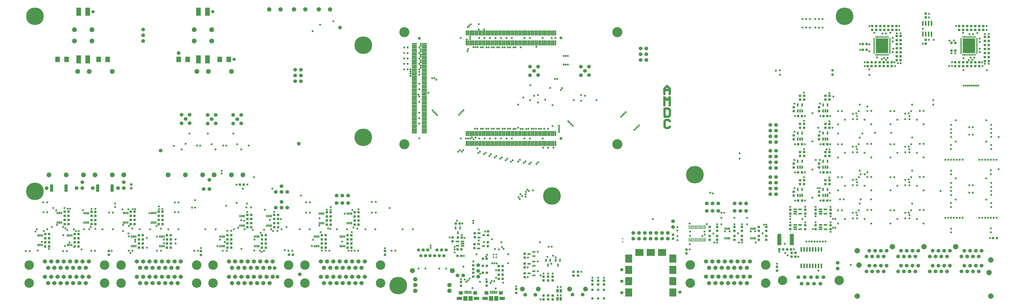
<source format=gts>
G04*
G04 #@! TF.GenerationSoftware,Altium Limited,Altium Designer,18.1.6 (161)*
G04*
G04 Layer_Color=8388736*
%FSLAX25Y25*%
%MOIN*%
G70*
G01*
G75*
%ADD28R,0.03937X0.05906*%
%ADD31R,0.02362X0.01968*%
%ADD36R,0.01200X0.03200*%
%ADD37R,0.03200X0.01200*%
%ADD55C,0.04000*%
%ADD56R,0.04240X0.04240*%
%ADD57R,0.04240X0.04240*%
%ADD58R,0.08000X0.14000*%
%ADD59R,0.08000X0.09500*%
%ADD60R,0.02941X0.05303*%
%ADD61R,0.02153X0.04000*%
%ADD62R,0.21693X0.25787*%
%ADD63R,0.12311X0.14279*%
%ADD64R,0.14279X0.12311*%
%ADD65R,0.08500X0.02500*%
%ADD66R,0.02500X0.08500*%
%ADD67O,0.02862X0.08374*%
%ADD68R,0.02075X0.05815*%
%ADD69R,0.05400X0.13000*%
%ADD70O,0.02862X0.09161*%
%ADD71R,0.06209X0.02665*%
%ADD72R,0.06209X0.02665*%
%ADD73R,0.05618X0.02862*%
%ADD74R,0.06799X0.06012*%
%ADD75R,0.09555X0.05618*%
%ADD76R,0.07587X0.07980*%
%ADD77R,0.02862X0.05618*%
%ADD78R,0.01681X0.06799*%
%ADD79O,0.07390X0.01681*%
%ADD80C,0.30500*%
%ADD81C,0.07200*%
%ADD82C,0.16500*%
%ADD83C,0.08374*%
%ADD84C,0.07500*%
%ADD85C,0.05500*%
%ADD86C,0.08700*%
%ADD87C,0.06500*%
%ADD88C,0.16248*%
%ADD89C,0.05098*%
%ADD90C,0.03500*%
%ADD91C,0.17500*%
%ADD92C,0.04437*%
%ADD93C,0.09358*%
%ADD94C,0.04500*%
%ADD95C,0.03000*%
%ADD96C,0.03098*%
D28*
X930878Y19390D02*
D03*
Y5610D02*
D03*
X936390Y19390D02*
D03*
Y5610D02*
D03*
X930878D02*
D03*
D31*
X1044000Y104744D02*
D03*
Y110256D02*
D03*
D36*
X1656327Y430103D02*
D03*
X1654358D02*
D03*
X1652390D02*
D03*
X1650421D02*
D03*
X1648453D02*
D03*
X1646484D02*
D03*
X1644516D02*
D03*
X1642547D02*
D03*
X1640579D02*
D03*
X1638610D02*
D03*
X1636642D02*
D03*
X1634673D02*
D03*
Y461203D02*
D03*
X1636642D02*
D03*
X1638610D02*
D03*
X1640579D02*
D03*
X1642547D02*
D03*
X1644516D02*
D03*
X1646484D02*
D03*
X1648453D02*
D03*
X1650421D02*
D03*
X1652390D02*
D03*
X1654358D02*
D03*
X1656327D02*
D03*
X1505327Y430103D02*
D03*
X1503358D02*
D03*
X1501390D02*
D03*
X1499421D02*
D03*
X1497453D02*
D03*
X1495484D02*
D03*
X1493516D02*
D03*
X1491547D02*
D03*
X1489579D02*
D03*
X1487610D02*
D03*
X1485642D02*
D03*
X1483673D02*
D03*
Y461203D02*
D03*
X1485642D02*
D03*
X1487610D02*
D03*
X1489579D02*
D03*
X1491547D02*
D03*
X1493516D02*
D03*
X1495484D02*
D03*
X1497453D02*
D03*
X1499421D02*
D03*
X1501390D02*
D03*
X1503358D02*
D03*
X1505327D02*
D03*
D37*
X1631900Y432858D02*
D03*
Y434827D02*
D03*
Y436795D02*
D03*
Y438764D02*
D03*
Y440732D02*
D03*
Y442701D02*
D03*
Y444669D02*
D03*
Y446638D02*
D03*
Y448606D02*
D03*
Y450575D02*
D03*
Y452543D02*
D03*
Y454512D02*
D03*
Y456480D02*
D03*
Y458449D02*
D03*
X1659100D02*
D03*
Y456480D02*
D03*
Y454512D02*
D03*
Y452543D02*
D03*
Y450575D02*
D03*
Y448606D02*
D03*
Y446638D02*
D03*
Y444669D02*
D03*
Y442701D02*
D03*
Y440732D02*
D03*
Y438764D02*
D03*
Y436795D02*
D03*
Y434827D02*
D03*
Y432858D02*
D03*
X1480900D02*
D03*
Y434827D02*
D03*
Y436795D02*
D03*
Y438764D02*
D03*
Y440732D02*
D03*
Y442701D02*
D03*
Y444669D02*
D03*
Y446638D02*
D03*
Y448606D02*
D03*
Y450575D02*
D03*
Y452543D02*
D03*
Y454512D02*
D03*
Y456480D02*
D03*
Y458449D02*
D03*
X1508100D02*
D03*
Y456480D02*
D03*
Y454512D02*
D03*
Y452543D02*
D03*
Y450575D02*
D03*
Y448606D02*
D03*
Y446638D02*
D03*
Y444669D02*
D03*
Y442701D02*
D03*
Y440732D02*
D03*
Y438764D02*
D03*
Y436795D02*
D03*
Y434827D02*
D03*
Y432858D02*
D03*
D55*
X1116564Y361871D02*
Y371202D01*
X1121229Y375867D01*
X1125894Y371202D01*
Y361871D01*
Y368869D01*
X1116564D01*
X1116897Y336533D02*
Y322538D01*
X1123895D01*
X1126227Y324870D01*
Y334201D01*
X1123895Y336533D01*
X1116897D01*
X1126227Y314534D02*
X1123895Y316867D01*
X1119230D01*
X1116897Y314534D01*
Y305204D01*
X1119230Y302871D01*
X1123895D01*
X1126227Y305204D01*
X1116564Y342205D02*
Y356200D01*
X1121229Y351535D01*
X1125894Y356200D01*
Y342205D01*
D56*
X835347Y55000D02*
D03*
X828654D02*
D03*
X835347Y62500D02*
D03*
X828654D02*
D03*
Y47500D02*
D03*
X835347D02*
D03*
X801153Y75000D02*
D03*
X807847D02*
D03*
X835347Y40000D02*
D03*
X828654D02*
D03*
X757654Y112000D02*
D03*
X764347D02*
D03*
X754153Y136500D02*
D03*
X760847D02*
D03*
X385846Y204000D02*
D03*
X379153D02*
D03*
X464500Y82000D02*
D03*
X471193D02*
D03*
X1687500Y111241D02*
D03*
X1694193D02*
D03*
X801280Y50657D02*
D03*
X807973D02*
D03*
X801280Y62657D02*
D03*
X807973D02*
D03*
X757154Y80000D02*
D03*
X763846D02*
D03*
Y91500D02*
D03*
X757154D02*
D03*
X1348654Y323500D02*
D03*
X1355346D02*
D03*
X1348654Y274500D02*
D03*
X1355346D02*
D03*
X1348654Y225500D02*
D03*
X1355346D02*
D03*
X1348654Y176500D02*
D03*
X1355346D02*
D03*
X1392653Y323500D02*
D03*
X1399347D02*
D03*
X1392653Y274500D02*
D03*
X1399347D02*
D03*
X1392653Y225500D02*
D03*
X1399347D02*
D03*
X1392653Y176500D02*
D03*
X1399347D02*
D03*
X536665Y141623D02*
D03*
X529972D02*
D03*
X398748Y137167D02*
D03*
X392055D02*
D03*
X196235Y142667D02*
D03*
X189542D02*
D03*
X81346D02*
D03*
X74654D02*
D03*
X528014Y101667D02*
D03*
X521321D02*
D03*
X364054D02*
D03*
X357361D02*
D03*
X210347D02*
D03*
X203654D02*
D03*
X47846Y103667D02*
D03*
X41153D02*
D03*
X585100Y141623D02*
D03*
X578407D02*
D03*
X445400Y137167D02*
D03*
X438707D02*
D03*
X244847Y142667D02*
D03*
X238154D02*
D03*
X128024Y142456D02*
D03*
X121331D02*
D03*
X572847Y101667D02*
D03*
X566153D02*
D03*
X424061D02*
D03*
X417369D02*
D03*
X259270D02*
D03*
X252577D02*
D03*
X98847Y103667D02*
D03*
X92154D02*
D03*
X536665Y155956D02*
D03*
X529972D02*
D03*
X398748Y151500D02*
D03*
X392055D02*
D03*
X196235Y157000D02*
D03*
X189542D02*
D03*
X81346D02*
D03*
X74654D02*
D03*
X528014Y116000D02*
D03*
X521321D02*
D03*
X364054D02*
D03*
X357361D02*
D03*
X210347D02*
D03*
X203654D02*
D03*
X47846Y118000D02*
D03*
X41153D02*
D03*
X585100Y155956D02*
D03*
X578407D02*
D03*
X445400Y151500D02*
D03*
X438707D02*
D03*
X244847Y157000D02*
D03*
X238154D02*
D03*
X128024Y156789D02*
D03*
X121331D02*
D03*
X572847Y116000D02*
D03*
X566153D02*
D03*
X424061D02*
D03*
X417369D02*
D03*
X259270D02*
D03*
X252577D02*
D03*
X98847Y118000D02*
D03*
X92154D02*
D03*
X536665Y134456D02*
D03*
X529972D02*
D03*
X398748Y130000D02*
D03*
X392055D02*
D03*
X196235Y135500D02*
D03*
X189542D02*
D03*
X81346D02*
D03*
X74654D02*
D03*
X528014Y94500D02*
D03*
X521321D02*
D03*
X364054D02*
D03*
X357361D02*
D03*
X210347D02*
D03*
X203654D02*
D03*
X47846Y96500D02*
D03*
X41153D02*
D03*
X585100Y134456D02*
D03*
X578407D02*
D03*
X445400Y130000D02*
D03*
X438707D02*
D03*
X244847Y135500D02*
D03*
X238154D02*
D03*
X128024Y135289D02*
D03*
X121331D02*
D03*
X572847Y94500D02*
D03*
X566153D02*
D03*
X424061D02*
D03*
X417369D02*
D03*
X259270D02*
D03*
X252577D02*
D03*
X98847Y96500D02*
D03*
X92154D02*
D03*
X536665Y148789D02*
D03*
X529972D02*
D03*
X398748Y144333D02*
D03*
X392055D02*
D03*
X196235Y149833D02*
D03*
X189542D02*
D03*
X81346D02*
D03*
X74654D02*
D03*
X528014Y108833D02*
D03*
X521321D02*
D03*
X364054D02*
D03*
X357361D02*
D03*
X210347D02*
D03*
X203654D02*
D03*
X47846Y110833D02*
D03*
X41153D02*
D03*
X585100Y148789D02*
D03*
X578407D02*
D03*
X445400Y144333D02*
D03*
X438707D02*
D03*
X244847Y149833D02*
D03*
X238154D02*
D03*
X128024Y149623D02*
D03*
X121331D02*
D03*
X572847Y108833D02*
D03*
X566153D02*
D03*
X424061D02*
D03*
X417369D02*
D03*
X259270D02*
D03*
X252577D02*
D03*
X98847Y110833D02*
D03*
X92154D02*
D03*
X1316075Y91524D02*
D03*
X1322768D02*
D03*
X1336347D02*
D03*
X1329653D02*
D03*
X1679847Y440204D02*
D03*
X1673153D02*
D03*
X1679847Y419204D02*
D03*
X1673153D02*
D03*
X1679847Y426203D02*
D03*
X1673153D02*
D03*
X1679847Y447203D02*
D03*
X1673153D02*
D03*
X1615154Y437580D02*
D03*
X1621847D02*
D03*
X1679847Y454204D02*
D03*
X1673153D02*
D03*
X1679847Y461203D02*
D03*
X1673153D02*
D03*
X1679847Y433204D02*
D03*
X1673153D02*
D03*
X1615154Y450654D02*
D03*
X1621847D02*
D03*
X1526847Y441500D02*
D03*
X1520154D02*
D03*
X1526847Y448654D02*
D03*
X1520154D02*
D03*
X1526847Y434500D02*
D03*
X1520154D02*
D03*
X1461154Y438654D02*
D03*
X1467846D02*
D03*
X1526847Y455500D02*
D03*
X1520154D02*
D03*
X1526847Y420653D02*
D03*
X1520154D02*
D03*
X1461154Y448654D02*
D03*
X1467846D02*
D03*
X1526847Y462653D02*
D03*
X1520154D02*
D03*
X1526847Y427579D02*
D03*
X1520154D02*
D03*
D57*
X906500Y4413D02*
D03*
Y11106D02*
D03*
X914500Y4413D02*
D03*
Y11106D02*
D03*
X922500Y4413D02*
D03*
Y11106D02*
D03*
X807626Y28311D02*
D03*
Y35004D02*
D03*
X809875Y97154D02*
D03*
Y103847D02*
D03*
X786500Y93654D02*
D03*
Y100347D02*
D03*
X810000Y116154D02*
D03*
Y122846D02*
D03*
X787000Y112654D02*
D03*
Y119346D02*
D03*
X763000Y27957D02*
D03*
Y34650D02*
D03*
X784500Y50846D02*
D03*
Y44153D02*
D03*
Y57153D02*
D03*
Y63846D02*
D03*
X1352000Y358846D02*
D03*
Y352153D02*
D03*
Y309846D02*
D03*
Y303153D02*
D03*
Y260846D02*
D03*
Y254153D02*
D03*
Y211846D02*
D03*
Y205153D02*
D03*
X1359000Y352153D02*
D03*
Y358846D02*
D03*
Y303153D02*
D03*
Y309846D02*
D03*
Y254153D02*
D03*
Y260846D02*
D03*
Y205153D02*
D03*
Y211846D02*
D03*
X1403000Y358846D02*
D03*
Y352153D02*
D03*
Y309846D02*
D03*
Y303153D02*
D03*
Y260846D02*
D03*
Y254153D02*
D03*
Y211846D02*
D03*
Y205153D02*
D03*
X1396000Y352153D02*
D03*
Y358846D02*
D03*
Y303153D02*
D03*
Y309846D02*
D03*
Y254153D02*
D03*
Y260846D02*
D03*
Y205153D02*
D03*
Y211846D02*
D03*
X190571Y204346D02*
D03*
Y197653D02*
D03*
X1131500Y116772D02*
D03*
Y110079D02*
D03*
X631000Y88928D02*
D03*
Y82235D02*
D03*
X311503Y88346D02*
D03*
Y81653D02*
D03*
X151476Y88859D02*
D03*
Y82166D02*
D03*
X1154737Y84592D02*
D03*
Y91285D02*
D03*
X748370Y112024D02*
D03*
Y105331D02*
D03*
X1312087Y54559D02*
D03*
Y61252D02*
D03*
X991500Y37106D02*
D03*
Y30413D02*
D03*
X1001500Y37106D02*
D03*
Y30413D02*
D03*
X1011500Y37106D02*
D03*
Y30413D02*
D03*
X958500Y52606D02*
D03*
Y45913D02*
D03*
X873634Y49847D02*
D03*
Y43154D02*
D03*
Y66847D02*
D03*
Y60154D02*
D03*
Y83846D02*
D03*
Y77153D02*
D03*
X906500Y37413D02*
D03*
Y44106D02*
D03*
X914500Y37413D02*
D03*
Y44106D02*
D03*
X922500Y37413D02*
D03*
Y44106D02*
D03*
X1570500Y449500D02*
D03*
Y456193D02*
D03*
Y501847D02*
D03*
Y495154D02*
D03*
X1341000Y332154D02*
D03*
Y338846D02*
D03*
Y283154D02*
D03*
Y289846D02*
D03*
Y234154D02*
D03*
Y240846D02*
D03*
Y185153D02*
D03*
Y191847D02*
D03*
X1385000Y338846D02*
D03*
Y332154D02*
D03*
Y289846D02*
D03*
Y283154D02*
D03*
Y240846D02*
D03*
Y234154D02*
D03*
Y191847D02*
D03*
Y185153D02*
D03*
X1405000Y153894D02*
D03*
Y160587D02*
D03*
X1361000Y153894D02*
D03*
Y160587D02*
D03*
X1405000Y126894D02*
D03*
Y133587D02*
D03*
X1361000Y126894D02*
D03*
Y133587D02*
D03*
X1379000Y153894D02*
D03*
Y160587D02*
D03*
X1335000Y153894D02*
D03*
Y160587D02*
D03*
X1379000Y126894D02*
D03*
Y133587D02*
D03*
X1335000Y126894D02*
D03*
Y133587D02*
D03*
X1293500Y123653D02*
D03*
Y130347D02*
D03*
Y114847D02*
D03*
Y108153D02*
D03*
X1280500Y123653D02*
D03*
Y130347D02*
D03*
X1280559Y114847D02*
D03*
Y108153D02*
D03*
X1238000Y123653D02*
D03*
Y130347D02*
D03*
Y114847D02*
D03*
Y108153D02*
D03*
X1251000Y123653D02*
D03*
Y130347D02*
D03*
Y114847D02*
D03*
Y108153D02*
D03*
X1195000Y123653D02*
D03*
Y130347D02*
D03*
X1208000Y114847D02*
D03*
Y108153D02*
D03*
Y123653D02*
D03*
Y130347D02*
D03*
X1195000Y114847D02*
D03*
Y108153D02*
D03*
X1337500Y78820D02*
D03*
Y85512D02*
D03*
X1344000Y78820D02*
D03*
Y85512D02*
D03*
X966500Y45913D02*
D03*
Y52606D02*
D03*
X859000Y15653D02*
D03*
Y22346D02*
D03*
X1656500Y410307D02*
D03*
Y417000D02*
D03*
X1663500Y410307D02*
D03*
Y417000D02*
D03*
X1642500Y410307D02*
D03*
Y417000D02*
D03*
X1649500Y410307D02*
D03*
Y417000D02*
D03*
X1628500Y480000D02*
D03*
Y473307D02*
D03*
Y410307D02*
D03*
Y417000D02*
D03*
X1621500Y410307D02*
D03*
Y417000D02*
D03*
X1635500Y480000D02*
D03*
Y473307D02*
D03*
X1642500Y480000D02*
D03*
Y473307D02*
D03*
X1635500Y410307D02*
D03*
Y417000D02*
D03*
X1663500Y480000D02*
D03*
Y473307D02*
D03*
X1670500Y480000D02*
D03*
Y473307D02*
D03*
X1656500Y480000D02*
D03*
Y473307D02*
D03*
X1649500Y480000D02*
D03*
Y473307D02*
D03*
X1477500Y480000D02*
D03*
Y473307D02*
D03*
X1483500Y410307D02*
D03*
Y417000D02*
D03*
X1504500Y410307D02*
D03*
Y417000D02*
D03*
X1511500Y410307D02*
D03*
Y417000D02*
D03*
X1490500Y410307D02*
D03*
Y417000D02*
D03*
X1497500Y410307D02*
D03*
Y417000D02*
D03*
X1469500Y410307D02*
D03*
Y417000D02*
D03*
X1476500Y410307D02*
D03*
Y417000D02*
D03*
X1498500Y480000D02*
D03*
Y473307D02*
D03*
X1505500Y480000D02*
D03*
Y473307D02*
D03*
X1519500Y480000D02*
D03*
Y473307D02*
D03*
X1512500Y480000D02*
D03*
Y473307D02*
D03*
X1484500Y480000D02*
D03*
Y473307D02*
D03*
X1491500Y480000D02*
D03*
Y473307D02*
D03*
D58*
X322665Y421999D02*
D03*
X307169D02*
D03*
X322665Y504999D02*
D03*
X307169D02*
D03*
X114665Y421999D02*
D03*
X99169D02*
D03*
X114665Y504999D02*
D03*
X99169D02*
D03*
D59*
X288319Y421999D02*
D03*
X272823D02*
D03*
X344169D02*
D03*
X359665D02*
D03*
X78067D02*
D03*
X62571D02*
D03*
X133823D02*
D03*
X149319D02*
D03*
D60*
X1355740Y332343D02*
D03*
X1352000D02*
D03*
X1348260D02*
D03*
Y342657D02*
D03*
X1355740D02*
D03*
X1355740Y283343D02*
D03*
X1352000D02*
D03*
X1348260D02*
D03*
Y293657D02*
D03*
X1355740D02*
D03*
X1355740Y234343D02*
D03*
X1352000D02*
D03*
X1348260D02*
D03*
Y244657D02*
D03*
X1355740D02*
D03*
X1355740Y185343D02*
D03*
X1352000D02*
D03*
X1348260D02*
D03*
Y195658D02*
D03*
X1355740D02*
D03*
X1399740Y332343D02*
D03*
X1396000D02*
D03*
X1392260D02*
D03*
Y342657D02*
D03*
X1399740D02*
D03*
X1399740Y283343D02*
D03*
X1396000D02*
D03*
X1392260D02*
D03*
Y293657D02*
D03*
X1399740D02*
D03*
X1399740Y234343D02*
D03*
X1396000D02*
D03*
X1392260D02*
D03*
Y244657D02*
D03*
X1399740D02*
D03*
X1399740Y185343D02*
D03*
X1396000D02*
D03*
X1392260D02*
D03*
Y195658D02*
D03*
X1399740D02*
D03*
D61*
X524818Y153743D02*
D03*
Y137167D02*
D03*
X522259D02*
D03*
X519700D02*
D03*
X517141D02*
D03*
X522259Y153743D02*
D03*
X519700D02*
D03*
X517141D02*
D03*
X386902Y149287D02*
D03*
Y132711D02*
D03*
X384343D02*
D03*
X381783D02*
D03*
X379224D02*
D03*
X384343Y149287D02*
D03*
X381783D02*
D03*
X379224D02*
D03*
X184388Y154787D02*
D03*
Y138211D02*
D03*
X181829D02*
D03*
X179270D02*
D03*
X176711D02*
D03*
X181829Y154787D02*
D03*
X179270D02*
D03*
X176711D02*
D03*
X69500D02*
D03*
Y138211D02*
D03*
X66941D02*
D03*
X64382D02*
D03*
X61823D02*
D03*
X66941Y154787D02*
D03*
X64382D02*
D03*
X61823D02*
D03*
X516168Y113787D02*
D03*
Y97211D02*
D03*
X513609D02*
D03*
X511050D02*
D03*
X508491D02*
D03*
X513609Y113787D02*
D03*
X511050D02*
D03*
X508491D02*
D03*
X352207D02*
D03*
Y97211D02*
D03*
X349648D02*
D03*
X347089D02*
D03*
X344530D02*
D03*
X349648Y113787D02*
D03*
X347089D02*
D03*
X344530D02*
D03*
X198500D02*
D03*
Y97211D02*
D03*
X195941D02*
D03*
X193382D02*
D03*
X190823D02*
D03*
X195941Y113787D02*
D03*
X193382D02*
D03*
X190823D02*
D03*
X36000Y115787D02*
D03*
Y99211D02*
D03*
X33441D02*
D03*
X30882D02*
D03*
X28323D02*
D03*
X33441Y115787D02*
D03*
X30882D02*
D03*
X28323D02*
D03*
X573253Y153743D02*
D03*
Y137167D02*
D03*
X570694D02*
D03*
X568135D02*
D03*
X565576D02*
D03*
X570694Y153743D02*
D03*
X568135D02*
D03*
X565576D02*
D03*
X433554Y149287D02*
D03*
Y132711D02*
D03*
X430995D02*
D03*
X428435D02*
D03*
X425876D02*
D03*
X430995Y149287D02*
D03*
X428435D02*
D03*
X425876D02*
D03*
X233000Y154787D02*
D03*
Y138211D02*
D03*
X230441D02*
D03*
X227882D02*
D03*
X225323D02*
D03*
X230441Y154787D02*
D03*
X227882D02*
D03*
X225323D02*
D03*
X116177Y154577D02*
D03*
Y138000D02*
D03*
X113618D02*
D03*
X111059D02*
D03*
X108500D02*
D03*
X113618Y154577D02*
D03*
X111059D02*
D03*
X108500D02*
D03*
X561000Y113787D02*
D03*
Y97211D02*
D03*
X558441D02*
D03*
X555882D02*
D03*
X553323D02*
D03*
X558441Y113787D02*
D03*
X555882D02*
D03*
X553323D02*
D03*
X412215D02*
D03*
Y97211D02*
D03*
X409656D02*
D03*
X407097D02*
D03*
X404538D02*
D03*
X409656Y113787D02*
D03*
X407097D02*
D03*
X404538D02*
D03*
X247424D02*
D03*
Y97211D02*
D03*
X244865D02*
D03*
X242305D02*
D03*
X239746D02*
D03*
X244865Y113787D02*
D03*
X242305D02*
D03*
X239746D02*
D03*
X87000Y115787D02*
D03*
Y99211D02*
D03*
X84441D02*
D03*
X81882D02*
D03*
X79323D02*
D03*
X84441Y115787D02*
D03*
X81882D02*
D03*
X79323D02*
D03*
X1274177Y127288D02*
D03*
Y110712D02*
D03*
X1271618D02*
D03*
X1269059D02*
D03*
X1266500D02*
D03*
X1271618Y127288D02*
D03*
X1269059D02*
D03*
X1266500D02*
D03*
X1229598D02*
D03*
Y110712D02*
D03*
X1227039D02*
D03*
X1224480D02*
D03*
X1221921D02*
D03*
X1227039Y127288D02*
D03*
X1224480D02*
D03*
X1221921D02*
D03*
D62*
X1645500Y445653D02*
D03*
X1494500D02*
D03*
D63*
X1131272Y36000D02*
D03*
Y55685D02*
D03*
Y16315D02*
D03*
Y75370D02*
D03*
X1054500D02*
D03*
Y16315D02*
D03*
Y55685D02*
D03*
Y36000D02*
D03*
D64*
X1092886Y86197D02*
D03*
X1073201D02*
D03*
X1112571D02*
D03*
D65*
X699492Y310371D02*
D03*
Y304072D02*
D03*
Y294623D02*
D03*
X682169Y310371D02*
D03*
Y304072D02*
D03*
Y294623D02*
D03*
X699492Y345017D02*
D03*
Y335568D02*
D03*
Y319820D02*
D03*
X682169Y345017D02*
D03*
Y335568D02*
D03*
Y319820D02*
D03*
X699492Y367064D02*
D03*
Y360765D02*
D03*
Y351316D02*
D03*
X682169Y376513D02*
D03*
Y367064D02*
D03*
Y360765D02*
D03*
Y351316D02*
D03*
X699492Y408009D02*
D03*
Y398560D02*
D03*
Y392261D02*
D03*
Y382812D02*
D03*
X682169Y408009D02*
D03*
Y398560D02*
D03*
Y392261D02*
D03*
Y382812D02*
D03*
X699492Y439505D02*
D03*
Y423757D02*
D03*
Y414308D02*
D03*
X682169Y439505D02*
D03*
Y423757D02*
D03*
Y414308D02*
D03*
X699492Y448954D02*
D03*
X682169Y448954D02*
D03*
X699492Y300922D02*
D03*
Y297773D02*
D03*
X682169Y300922D02*
D03*
Y297773D02*
D03*
X699492Y307222D02*
D03*
X682169Y307222D02*
D03*
X699492Y316670D02*
D03*
Y313521D02*
D03*
X682169Y316670D02*
D03*
Y313521D02*
D03*
X699492Y326119D02*
D03*
Y322970D02*
D03*
X682169Y326119D02*
D03*
Y322970D02*
D03*
X699492Y332418D02*
D03*
Y329269D02*
D03*
X682169Y332418D02*
D03*
Y329269D02*
D03*
X699492Y341867D02*
D03*
Y338718D02*
D03*
X682169Y341867D02*
D03*
Y338718D02*
D03*
X699492Y348166D02*
D03*
X682169Y348166D02*
D03*
X699492Y357615D02*
D03*
Y354466D02*
D03*
X682169Y357615D02*
D03*
Y354466D02*
D03*
X699492Y363914D02*
D03*
X682169Y363915D02*
D03*
X699492Y370214D02*
D03*
X682169Y373363D02*
D03*
Y370214D02*
D03*
X699492Y379662D02*
D03*
X682169Y379663D02*
D03*
X699492Y389111D02*
D03*
Y385962D02*
D03*
X682169Y389111D02*
D03*
Y385962D02*
D03*
X699492Y395410D02*
D03*
X682169Y395411D02*
D03*
X699492Y404859D02*
D03*
Y401710D02*
D03*
X682169Y404859D02*
D03*
Y401710D02*
D03*
X699492Y411158D02*
D03*
X682169Y411159D02*
D03*
X699492Y420607D02*
D03*
Y417458D02*
D03*
X682169Y420608D02*
D03*
Y417458D02*
D03*
X699492Y430056D02*
D03*
Y426906D02*
D03*
X682169Y430056D02*
D03*
Y426907D02*
D03*
X699492Y436355D02*
D03*
Y433206D02*
D03*
X682169Y436355D02*
D03*
Y433206D02*
D03*
X699492Y445804D02*
D03*
Y442654D02*
D03*
X682169Y445804D02*
D03*
Y442655D02*
D03*
X699492Y376513D02*
D03*
Y373363D02*
D03*
D66*
X920697Y468000D02*
D03*
X923847D02*
D03*
X920697Y450677D02*
D03*
X923846D02*
D03*
X911248Y468000D02*
D03*
X914398D02*
D03*
X911248Y450677D02*
D03*
X914397D02*
D03*
X904949Y468000D02*
D03*
X908098D02*
D03*
X904949Y450677D02*
D03*
X908098D02*
D03*
X895500Y468000D02*
D03*
X898650D02*
D03*
X895500Y450677D02*
D03*
X898649D02*
D03*
X889201Y468000D02*
D03*
X889200Y450677D02*
D03*
X879752Y468000D02*
D03*
X882902D02*
D03*
X879752Y450677D02*
D03*
X882901D02*
D03*
X873453Y468000D02*
D03*
X873452Y450677D02*
D03*
X864004Y468000D02*
D03*
X867153D02*
D03*
X864004Y450677D02*
D03*
X867153D02*
D03*
X857705Y468000D02*
D03*
X857705Y450677D02*
D03*
X848256Y468000D02*
D03*
X851406D02*
D03*
X848256Y450677D02*
D03*
X851405D02*
D03*
X841957Y468000D02*
D03*
X841957Y450677D02*
D03*
X832508Y468000D02*
D03*
X835658D02*
D03*
X832508Y450677D02*
D03*
X835657D02*
D03*
X826209Y468000D02*
D03*
X826208Y450677D02*
D03*
X816760Y468000D02*
D03*
X819909D02*
D03*
X816760Y450677D02*
D03*
X819909D02*
D03*
X807311Y468000D02*
D03*
X810461D02*
D03*
X807311Y450677D02*
D03*
X810460D02*
D03*
X801012Y468000D02*
D03*
X804161D02*
D03*
X801012Y450677D02*
D03*
X804161D02*
D03*
X791563Y468000D02*
D03*
X794713D02*
D03*
X791563Y450677D02*
D03*
X794713D02*
D03*
X785264Y468000D02*
D03*
X785264Y450677D02*
D03*
X775815Y468000D02*
D03*
X778965D02*
D03*
X775815Y450677D02*
D03*
X778965D02*
D03*
X926996Y468000D02*
D03*
X926996Y450677D02*
D03*
X892350Y468000D02*
D03*
X901799D02*
D03*
X917547D02*
D03*
X892350Y450677D02*
D03*
X901799D02*
D03*
X917547D02*
D03*
X860854Y468000D02*
D03*
X870303D02*
D03*
X876602D02*
D03*
X886051D02*
D03*
X860854Y450677D02*
D03*
X870303D02*
D03*
X876602D02*
D03*
X886051D02*
D03*
X829358Y468000D02*
D03*
X838807D02*
D03*
X845106D02*
D03*
X854555D02*
D03*
X829358Y450677D02*
D03*
X838807D02*
D03*
X845106D02*
D03*
X854555D02*
D03*
X797862Y468000D02*
D03*
X813610D02*
D03*
X823059D02*
D03*
X797862Y450677D02*
D03*
X813610D02*
D03*
X823059D02*
D03*
X772665Y468000D02*
D03*
X782114D02*
D03*
X788413D02*
D03*
X772665Y450677D02*
D03*
X782114D02*
D03*
X788413D02*
D03*
Y275677D02*
D03*
X782114D02*
D03*
X772665D02*
D03*
X788413Y293000D02*
D03*
X782114D02*
D03*
X772665D02*
D03*
X823059Y275677D02*
D03*
X813610D02*
D03*
X797862D02*
D03*
X823059Y293000D02*
D03*
X813610D02*
D03*
X797862D02*
D03*
X854555Y275677D02*
D03*
X845106D02*
D03*
X838807D02*
D03*
X829358D02*
D03*
X854555Y293000D02*
D03*
X845106D02*
D03*
X838807D02*
D03*
X829358D02*
D03*
X886051Y275677D02*
D03*
X876602D02*
D03*
X870303D02*
D03*
X860854D02*
D03*
X886051Y293000D02*
D03*
X876602D02*
D03*
X870303D02*
D03*
X860854D02*
D03*
X917547Y275677D02*
D03*
X901799D02*
D03*
X892350D02*
D03*
X917547Y293000D02*
D03*
X901799D02*
D03*
X892350D02*
D03*
X926996Y275677D02*
D03*
X926996Y293000D02*
D03*
X778965Y275677D02*
D03*
X775815D02*
D03*
X778965Y293000D02*
D03*
X775815D02*
D03*
X785264Y275677D02*
D03*
X785264Y293000D02*
D03*
X794713Y275677D02*
D03*
X791563D02*
D03*
X794713Y293000D02*
D03*
X791563D02*
D03*
X804161Y275677D02*
D03*
X801012D02*
D03*
X804161Y293000D02*
D03*
X801012D02*
D03*
X810460Y275677D02*
D03*
X807311D02*
D03*
X810461Y293000D02*
D03*
X807311D02*
D03*
X819909Y275677D02*
D03*
X816760D02*
D03*
X819909Y293000D02*
D03*
X816760D02*
D03*
X826208Y275677D02*
D03*
X826209Y293000D02*
D03*
X835657Y275677D02*
D03*
X832508D02*
D03*
X835658Y293000D02*
D03*
X832508D02*
D03*
X841957Y275677D02*
D03*
X841957Y293000D02*
D03*
X851405Y275677D02*
D03*
X848256D02*
D03*
X851406Y293000D02*
D03*
X848256D02*
D03*
X857705Y275677D02*
D03*
X857705Y293000D02*
D03*
X867153Y275677D02*
D03*
X864004D02*
D03*
X867153Y293000D02*
D03*
X864004D02*
D03*
X873452Y275677D02*
D03*
X873453Y293000D02*
D03*
X882901Y275677D02*
D03*
X879752D02*
D03*
X882902Y293000D02*
D03*
X879752D02*
D03*
X889200Y275677D02*
D03*
X889201Y293000D02*
D03*
X898649Y275677D02*
D03*
X895500D02*
D03*
X898650Y293000D02*
D03*
X895500D02*
D03*
X908098Y275677D02*
D03*
X904949D02*
D03*
X908098Y293000D02*
D03*
X904949D02*
D03*
X914397Y275677D02*
D03*
X911248D02*
D03*
X914398Y293000D02*
D03*
X911248D02*
D03*
X923846Y275677D02*
D03*
X920697D02*
D03*
X923847Y293000D02*
D03*
X920697D02*
D03*
D67*
X1389000Y91298D02*
D03*
X1384000D02*
D03*
X1379000D02*
D03*
X1374000D02*
D03*
X1369000D02*
D03*
X1364000D02*
D03*
X1359000D02*
D03*
X1354000D02*
D03*
X1389000Y62952D02*
D03*
X1384000D02*
D03*
X1379000D02*
D03*
X1374000D02*
D03*
X1369000D02*
D03*
X1364000D02*
D03*
X1359000D02*
D03*
X1354000D02*
D03*
D68*
X817413Y16740D02*
D03*
X819972D02*
D03*
X825091D02*
D03*
X814854D02*
D03*
X822532D02*
D03*
X780354D02*
D03*
X770118D02*
D03*
X772677D02*
D03*
X777795D02*
D03*
X775236D02*
D03*
D69*
X132020Y197999D02*
D03*
X157122D02*
D03*
X52020Y198000D02*
D03*
X77122D02*
D03*
D70*
X1580525Y484949D02*
D03*
X1575525D02*
D03*
X1570525D02*
D03*
X1565525D02*
D03*
X1580525Y466051D02*
D03*
X1575525D02*
D03*
X1570525D02*
D03*
X1565525D02*
D03*
D71*
X1387768Y160980D02*
D03*
X1343768D02*
D03*
X1387768Y133980D02*
D03*
X1343768D02*
D03*
X765732Y97760D02*
D03*
D72*
X1387768Y157240D02*
D03*
Y153500D02*
D03*
X1396232D02*
D03*
Y160980D02*
D03*
X1343768Y157240D02*
D03*
Y153500D02*
D03*
X1352232D02*
D03*
Y160980D02*
D03*
X1387768Y130240D02*
D03*
Y126500D02*
D03*
X1396232D02*
D03*
Y133980D02*
D03*
X1343768Y130240D02*
D03*
Y126500D02*
D03*
X1352232D02*
D03*
Y133980D02*
D03*
X765732Y101500D02*
D03*
Y105240D02*
D03*
X757268D02*
D03*
Y97760D02*
D03*
D73*
X802134Y97000D02*
D03*
X793866Y93260D02*
D03*
Y100740D02*
D03*
X802634Y116000D02*
D03*
X794366Y112260D02*
D03*
Y119740D02*
D03*
X889634Y46020D02*
D03*
Y53500D02*
D03*
X881366Y49760D02*
D03*
X889634Y62861D02*
D03*
Y70341D02*
D03*
X881366Y66601D02*
D03*
X889768Y79760D02*
D03*
Y87240D02*
D03*
X881500Y83500D02*
D03*
D74*
X807374Y15854D02*
D03*
X832571D02*
D03*
X762638D02*
D03*
X787835D02*
D03*
D75*
X805209Y6209D02*
D03*
X834736D02*
D03*
X760472D02*
D03*
X790000D02*
D03*
D76*
X815445D02*
D03*
X824500D02*
D03*
X770709D02*
D03*
X779764D02*
D03*
D77*
X757654Y120366D02*
D03*
X753913Y128634D02*
D03*
X761394D02*
D03*
X918114Y72500D02*
D03*
X910634D02*
D03*
X914374Y64232D02*
D03*
X935114Y72500D02*
D03*
X927634D02*
D03*
X931374Y64232D02*
D03*
D78*
X1159425Y107976D02*
D03*
X1161984D02*
D03*
X1164543D02*
D03*
X1167102D02*
D03*
X1169661D02*
D03*
X1172221D02*
D03*
X1174780D02*
D03*
X1177339D02*
D03*
X1179898D02*
D03*
X1182457D02*
D03*
X1185016D02*
D03*
X1187575D02*
D03*
X1159425Y130024D02*
D03*
X1161984D02*
D03*
X1164543D02*
D03*
X1167102D02*
D03*
X1169661D02*
D03*
X1172221D02*
D03*
X1174780D02*
D03*
X1177339D02*
D03*
X1179898D02*
D03*
X1182457D02*
D03*
X1185016D02*
D03*
X1187575D02*
D03*
D79*
X1316075Y117382D02*
D03*
Y115413D02*
D03*
Y113445D02*
D03*
Y111476D02*
D03*
Y109508D02*
D03*
Y107539D02*
D03*
Y105571D02*
D03*
Y103602D02*
D03*
Y101634D02*
D03*
Y99665D02*
D03*
X1337925Y117382D02*
D03*
Y115413D02*
D03*
Y113445D02*
D03*
Y111476D02*
D03*
Y109508D02*
D03*
Y107539D02*
D03*
Y105571D02*
D03*
Y103602D02*
D03*
Y101634D02*
D03*
Y99665D02*
D03*
D80*
X921000Y184400D02*
D03*
X654000Y28311D02*
D03*
X23000Y497000D02*
D03*
X1429500D02*
D03*
X23000Y192500D02*
D03*
X593500Y446638D02*
D03*
Y286500D02*
D03*
X1169500Y221500D02*
D03*
D81*
X519700Y43900D02*
D03*
X530600D02*
D03*
X552400D02*
D03*
X541500D02*
D03*
X585100D02*
D03*
X596000D02*
D03*
X574200D02*
D03*
X563300D02*
D03*
X525150Y32700D02*
D03*
X536050D02*
D03*
X557850D02*
D03*
X546950D02*
D03*
X590550D02*
D03*
X579650D02*
D03*
X568750D02*
D03*
X546950Y59300D02*
D03*
X536050D02*
D03*
X525150D02*
D03*
X568750D02*
D03*
X557850D02*
D03*
X579650D02*
D03*
X590550D02*
D03*
X563300Y70500D02*
D03*
X574200D02*
D03*
X596000D02*
D03*
X585100D02*
D03*
X541500D02*
D03*
X552400D02*
D03*
X530600D02*
D03*
X519700D02*
D03*
X359967Y43900D02*
D03*
X370867D02*
D03*
X392667D02*
D03*
X381767D02*
D03*
X425367D02*
D03*
X436267D02*
D03*
X414467D02*
D03*
X403567D02*
D03*
X365417Y32700D02*
D03*
X376317D02*
D03*
X398117D02*
D03*
X387217D02*
D03*
X430817D02*
D03*
X419917D02*
D03*
X409017D02*
D03*
X387217Y59300D02*
D03*
X376317D02*
D03*
X365417D02*
D03*
X409017D02*
D03*
X398117D02*
D03*
X419917D02*
D03*
X430817D02*
D03*
X403567Y70500D02*
D03*
X414467D02*
D03*
X436267D02*
D03*
X425367D02*
D03*
X381767D02*
D03*
X392667D02*
D03*
X370867D02*
D03*
X359967D02*
D03*
X200233Y43900D02*
D03*
X211133D02*
D03*
X232933D02*
D03*
X222033D02*
D03*
X265633D02*
D03*
X276533D02*
D03*
X254733D02*
D03*
X243833D02*
D03*
X205683Y32700D02*
D03*
X216583D02*
D03*
X238383D02*
D03*
X227483D02*
D03*
X271083D02*
D03*
X260183D02*
D03*
X249283D02*
D03*
X227483Y59300D02*
D03*
X216583D02*
D03*
X205683D02*
D03*
X249283D02*
D03*
X238383D02*
D03*
X260183D02*
D03*
X271083D02*
D03*
X243833Y70500D02*
D03*
X254733D02*
D03*
X276533D02*
D03*
X265633D02*
D03*
X222033D02*
D03*
X232933D02*
D03*
X211133D02*
D03*
X200233D02*
D03*
X40500Y43900D02*
D03*
X51400D02*
D03*
X73200D02*
D03*
X62300D02*
D03*
X105900D02*
D03*
X116800D02*
D03*
X95000D02*
D03*
X84100D02*
D03*
X45950Y32700D02*
D03*
X56850D02*
D03*
X78650D02*
D03*
X67750D02*
D03*
X111350D02*
D03*
X100450D02*
D03*
X89550D02*
D03*
X67750Y59300D02*
D03*
X56850D02*
D03*
X45950D02*
D03*
X89550D02*
D03*
X78650D02*
D03*
X100450D02*
D03*
X111350D02*
D03*
X84100Y70500D02*
D03*
X95000D02*
D03*
X116800D02*
D03*
X105900D02*
D03*
X62300D02*
D03*
X73200D02*
D03*
X51400D02*
D03*
X40500D02*
D03*
X1188800Y44000D02*
D03*
X1199700D02*
D03*
X1221500D02*
D03*
X1210600D02*
D03*
X1254200D02*
D03*
X1265100D02*
D03*
X1243300D02*
D03*
X1232400D02*
D03*
X1194250Y32800D02*
D03*
X1205150D02*
D03*
X1226950D02*
D03*
X1216050D02*
D03*
X1259650D02*
D03*
X1248750D02*
D03*
X1237850D02*
D03*
X1216050Y59400D02*
D03*
X1205150D02*
D03*
X1194250D02*
D03*
X1237850D02*
D03*
X1226950D02*
D03*
X1248750D02*
D03*
X1259650D02*
D03*
X1232400Y70600D02*
D03*
X1243300D02*
D03*
X1265100D02*
D03*
X1254200D02*
D03*
X1210600D02*
D03*
X1221500D02*
D03*
X1199700D02*
D03*
X1188800D02*
D03*
D82*
X492250Y32700D02*
D03*
Y64200D02*
D03*
X623450D02*
D03*
Y32700D02*
D03*
X332517D02*
D03*
Y64200D02*
D03*
X463717D02*
D03*
Y32700D02*
D03*
X172783D02*
D03*
Y64200D02*
D03*
X303983D02*
D03*
Y32700D02*
D03*
X13050D02*
D03*
Y64200D02*
D03*
X144250D02*
D03*
Y32700D02*
D03*
X1161350Y32800D02*
D03*
Y64300D02*
D03*
X1292550D02*
D03*
Y32800D02*
D03*
D83*
X299760Y473842D02*
D03*
X330075D02*
D03*
X299760Y454157D02*
D03*
X330075D02*
D03*
X91760Y473842D02*
D03*
X122075D02*
D03*
X91760Y454157D02*
D03*
X122075D02*
D03*
X304500Y400999D02*
D03*
X324500D02*
D03*
X364500D02*
D03*
Y220999D02*
D03*
X384500D02*
D03*
X334500D02*
D03*
X314500D02*
D03*
X284500D02*
D03*
X254500D02*
D03*
X97571Y400999D02*
D03*
X117571D02*
D03*
X157571D02*
D03*
Y220999D02*
D03*
X177571D02*
D03*
X127571D02*
D03*
X107571D02*
D03*
X77571D02*
D03*
X47571D02*
D03*
X897433Y22303D02*
D03*
X869835D02*
D03*
X979441Y22563D02*
D03*
X951842D02*
D03*
D84*
X683900Y39303D02*
D03*
Y29303D02*
D03*
Y19303D02*
D03*
X743100Y29303D02*
D03*
Y19303D02*
D03*
X516000Y509000D02*
D03*
X535685D02*
D03*
X430158D02*
D03*
X449843D02*
D03*
X492842D02*
D03*
X473158D02*
D03*
D85*
X733500Y80303D02*
D03*
X725508D02*
D03*
X717508D02*
D03*
X693508D02*
D03*
X701508D02*
D03*
X709500D02*
D03*
X729500Y90303D02*
D03*
X721500D02*
D03*
X737500D02*
D03*
X705500D02*
D03*
X697500D02*
D03*
X689500D02*
D03*
X1042500Y56000D02*
D03*
X1143500Y17000D02*
D03*
X1042500Y36000D02*
D03*
Y16000D02*
D03*
X369000Y422000D02*
D03*
X331999Y504999D02*
D03*
X124000Y505000D02*
D03*
D86*
X748100Y54303D02*
D03*
X678900D02*
D03*
D87*
X1365547Y31909D02*
D03*
X1354642D02*
D03*
X1376453D02*
D03*
X1387358D02*
D03*
X1392811Y43091D02*
D03*
X1381905D02*
D03*
X1371000D02*
D03*
X1349189D02*
D03*
X1360095D02*
D03*
X1085000Y441000D02*
D03*
Y431000D02*
D03*
Y421000D02*
D03*
X1075000D02*
D03*
Y431000D02*
D03*
Y441000D02*
D03*
X461500Y191499D02*
D03*
X451500D02*
D03*
X441500D02*
D03*
X451500Y201499D02*
D03*
X1310500Y187500D02*
D03*
Y197500D02*
D03*
Y207500D02*
D03*
Y217500D02*
D03*
X1300500D02*
D03*
Y207500D02*
D03*
Y197500D02*
D03*
Y187500D02*
D03*
X1492516Y63059D02*
D03*
X1482516D02*
D03*
X1472516D02*
D03*
X1502516D02*
D03*
X1467516Y53059D02*
D03*
X1477516D02*
D03*
X1487516D02*
D03*
X1497516D02*
D03*
Y79043D02*
D03*
X1487516D02*
D03*
X1477516D02*
D03*
X1467516D02*
D03*
X1502516Y89043D02*
D03*
X1472516D02*
D03*
X1482516D02*
D03*
X1492516D02*
D03*
X1547516Y63059D02*
D03*
X1537516D02*
D03*
X1527516D02*
D03*
X1557516D02*
D03*
X1522516Y53059D02*
D03*
X1532516D02*
D03*
X1542516D02*
D03*
X1552516D02*
D03*
Y79043D02*
D03*
X1542516D02*
D03*
X1532516D02*
D03*
X1522516D02*
D03*
X1557516Y89043D02*
D03*
X1527516D02*
D03*
X1537516D02*
D03*
X1547516D02*
D03*
X1602516Y63059D02*
D03*
X1592516D02*
D03*
X1582516D02*
D03*
X1612516D02*
D03*
X1577516Y53059D02*
D03*
X1587516D02*
D03*
X1597516D02*
D03*
X1607516D02*
D03*
Y79043D02*
D03*
X1597516D02*
D03*
X1587516D02*
D03*
X1577516D02*
D03*
X1612516Y89043D02*
D03*
X1582516D02*
D03*
X1592516D02*
D03*
X1602516D02*
D03*
X1657516D02*
D03*
X1647516D02*
D03*
X1637516D02*
D03*
X1667516D02*
D03*
X1632516Y79043D02*
D03*
X1642516D02*
D03*
X1652516D02*
D03*
X1662516D02*
D03*
Y53059D02*
D03*
X1652516D02*
D03*
X1642516D02*
D03*
X1632516D02*
D03*
X1667516Y63059D02*
D03*
X1637516D02*
D03*
X1647516D02*
D03*
X1657516D02*
D03*
X567000Y172000D02*
D03*
X557000D02*
D03*
X547000D02*
D03*
X566983Y185000D02*
D03*
X556983D02*
D03*
X546983D02*
D03*
X1310500Y308000D02*
D03*
Y298000D02*
D03*
Y288000D02*
D03*
Y278000D02*
D03*
X1300500D02*
D03*
Y288000D02*
D03*
Y298000D02*
D03*
Y308000D02*
D03*
X1310500Y263000D02*
D03*
Y253000D02*
D03*
Y243000D02*
D03*
Y233000D02*
D03*
X1300500D02*
D03*
Y243000D02*
D03*
Y253000D02*
D03*
Y263000D02*
D03*
X485000Y404000D02*
D03*
Y394000D02*
D03*
Y384000D02*
D03*
X475000D02*
D03*
Y394000D02*
D03*
Y404000D02*
D03*
X326000Y196599D02*
D03*
X316000D02*
D03*
X177571Y198000D02*
D03*
X167571D02*
D03*
X95571D02*
D03*
X105571D02*
D03*
X211000Y474000D02*
D03*
Y464000D02*
D03*
Y454000D02*
D03*
X451500Y174000D02*
D03*
X441500Y164000D02*
D03*
X451500D02*
D03*
X461500D02*
D03*
X793000Y64000D02*
D03*
Y54000D02*
D03*
Y44000D02*
D03*
X767000Y46000D02*
D03*
X757000D02*
D03*
X1131500Y130289D02*
D03*
Y140289D02*
D03*
X1092500Y120000D02*
D03*
X1102500D02*
D03*
X1082500D02*
D03*
X1072500D02*
D03*
X1112500D02*
D03*
X1122500D02*
D03*
X1062500D02*
D03*
Y110000D02*
D03*
X1072500D02*
D03*
X1082500D02*
D03*
X1092500D02*
D03*
X1102500D02*
D03*
X1112500D02*
D03*
X1122500D02*
D03*
X1210000Y171500D02*
D03*
X1200000D02*
D03*
X1190000D02*
D03*
X1238500Y158500D02*
D03*
X1248500D02*
D03*
X1258500D02*
D03*
X1210000D02*
D03*
X1200000D02*
D03*
X1190000D02*
D03*
X1238500Y171500D02*
D03*
X1248500D02*
D03*
X1258500D02*
D03*
X1417500Y58000D02*
D03*
Y68000D02*
D03*
X892492Y12500D02*
D03*
X874776D02*
D03*
X974500Y12760D02*
D03*
X956783D02*
D03*
X481500Y275500D02*
D03*
X985388Y394894D02*
D03*
Y409394D02*
D03*
X978388Y402153D02*
D03*
X971388Y409394D02*
D03*
Y394394D02*
D03*
X897002Y394894D02*
D03*
Y409394D02*
D03*
X890002Y402153D02*
D03*
X883002Y409394D02*
D03*
Y394394D02*
D03*
X381600Y325305D02*
D03*
X374600Y318065D02*
D03*
X381600Y310805D02*
D03*
X367600Y310305D02*
D03*
Y325305D02*
D03*
X337100Y325305D02*
D03*
Y310805D02*
D03*
X330100Y318065D02*
D03*
X323100Y325305D02*
D03*
Y310305D02*
D03*
X326000Y212500D02*
D03*
X291741Y311240D02*
D03*
Y325740D02*
D03*
X284741Y318500D02*
D03*
X277741Y325740D02*
D03*
Y310740D02*
D03*
X553000Y477500D02*
D03*
X439500Y59000D02*
D03*
X483014Y48000D02*
D03*
X444500Y43900D02*
D03*
X105571Y208429D02*
D03*
X177571Y208500D02*
D03*
X241500Y263535D02*
D03*
X272823Y433204D02*
D03*
X123500Y198000D02*
D03*
X43500D02*
D03*
D88*
X1321807Y37500D02*
D03*
X1420193D02*
D03*
D89*
X690831Y458789D02*
D03*
X936831Y459339D02*
D03*
Y284339D02*
D03*
D90*
X690831Y284789D02*
D03*
X762831Y459339D02*
D03*
Y284339D02*
D03*
X1645000Y420832D02*
D03*
X1651500Y421500D02*
D03*
X156500Y88900D02*
D03*
X311503Y93654D02*
D03*
X630969Y93500D02*
D03*
X752000Y95702D02*
D03*
X743500Y112000D02*
D03*
X768997Y111500D02*
D03*
X1160500Y91298D02*
D03*
X1312087Y66616D02*
D03*
X1367786Y105000D02*
D03*
X1396500D02*
D03*
X1384000Y54303D02*
D03*
X1349000Y78820D02*
D03*
X1330500Y81000D02*
D03*
X1341500Y91677D02*
D03*
X1326500Y85000D02*
D03*
X1316000Y87500D02*
D03*
X1325500Y101000D02*
D03*
X823500Y23500D02*
D03*
X783000Y24000D02*
D03*
X998500Y351000D02*
D03*
X959000D02*
D03*
X909500Y352000D02*
D03*
X883302Y351000D02*
D03*
X264500Y271346D02*
D03*
X394500Y272000D02*
D03*
X355500D02*
D03*
X350000D02*
D03*
X310000D02*
D03*
X304500Y272000D02*
D03*
X367900Y293000D02*
D03*
X291441D02*
D03*
X323400D02*
D03*
X381600Y265500D02*
D03*
X278000D02*
D03*
X336800D02*
D03*
X922000Y342500D02*
D03*
X883302Y377067D02*
D03*
X871500Y355847D02*
D03*
X896702Y360000D02*
D03*
X897002Y347000D02*
D03*
X971688Y360000D02*
D03*
Y350000D02*
D03*
X1676000Y473307D02*
D03*
X1524500D02*
D03*
X1635500Y468500D02*
D03*
X1636000Y424000D02*
D03*
X1481000Y468500D02*
D03*
X1485642Y425342D02*
D03*
X1668000Y417000D02*
D03*
X1616000D02*
D03*
X1516000D02*
D03*
X1464500D02*
D03*
X1676500Y403500D02*
D03*
X1636000D02*
D03*
X1611000Y410307D02*
D03*
X1317000Y403000D02*
D03*
X1289500Y134500D02*
D03*
X1247130Y258630D02*
D03*
X1247000Y249500D02*
D03*
X881000Y193000D02*
D03*
X1200500Y188700D02*
D03*
X875500Y187500D02*
D03*
X863000Y182500D02*
D03*
X541500Y488500D02*
D03*
X162605Y171000D02*
D03*
X355199Y167500D02*
D03*
X398500Y164600D02*
D03*
X764500Y116500D02*
D03*
X390500Y164600D02*
D03*
X238500Y166000D02*
D03*
X55000Y163500D02*
D03*
X272500Y156000D02*
D03*
X158500Y155500D02*
D03*
X44500Y156000D02*
D03*
X926311Y388154D02*
D03*
X1619500Y455000D02*
D03*
X1472500Y448000D02*
D03*
Y436000D02*
D03*
X1621847Y432927D02*
D03*
X1472500Y404859D02*
D03*
X1310000Y402500D02*
D03*
X1472500Y395000D02*
D03*
X1317000Y395500D02*
D03*
X787500Y301500D02*
D03*
X878000Y195091D02*
D03*
X875500Y183000D02*
D03*
X615000Y174000D02*
D03*
X574500Y160000D02*
D03*
X530000Y160587D02*
D03*
X1293500Y134500D02*
D03*
X1251000Y135000D02*
D03*
X1208000D02*
D03*
X1139000Y130500D02*
D03*
X794000Y126000D02*
D03*
X573500Y121500D02*
D03*
X794000Y107000D02*
D03*
X920000Y66500D02*
D03*
X500500Y173500D02*
D03*
X392048Y204479D02*
D03*
X438707Y156707D02*
D03*
X391500Y171000D02*
D03*
X391888Y156500D02*
D03*
X272500Y173000D02*
D03*
X44500Y173500D02*
D03*
X238500Y161500D02*
D03*
X193000D02*
D03*
X162605Y165000D02*
D03*
X121331Y161831D02*
D03*
X80000Y162000D02*
D03*
X519500Y121500D02*
D03*
X415000Y120500D02*
D03*
X357361Y123653D02*
D03*
X504000Y97500D02*
D03*
X340000Y97000D02*
D03*
X247000Y108500D02*
D03*
X94500Y123500D02*
D03*
X38500D02*
D03*
X197339Y108600D02*
D03*
X28000Y89500D02*
D03*
X189000Y85500D02*
D03*
X930311Y388154D02*
D03*
X918000Y372307D02*
D03*
X978388Y358653D02*
D03*
X890002D02*
D03*
X374600Y274565D02*
D03*
X330100Y274565D02*
D03*
X284741Y275000D02*
D03*
X752000Y86197D02*
D03*
X767500Y61500D02*
D03*
X768000Y80000D02*
D03*
X175000Y160980D02*
D03*
X185500Y161000D02*
D03*
X435500Y197000D02*
D03*
X384000D02*
D03*
X301500Y177000D02*
D03*
Y164000D02*
D03*
X364054Y123653D02*
D03*
X381783Y92500D02*
D03*
X457000Y90000D02*
D03*
X267457Y101667D02*
D03*
X267483Y108807D02*
D03*
X217615Y111600D02*
D03*
X185500Y119000D02*
D03*
X217615Y94500D02*
D03*
X1384800Y477500D02*
D03*
Y492500D02*
D03*
X1362738D02*
D03*
Y477500D02*
D03*
X1275000Y103500D02*
D03*
X1186500Y117500D02*
D03*
X1160500Y100425D02*
D03*
X1220163Y155000D02*
D03*
X1160000Y136500D02*
D03*
X1215500Y155000D02*
D03*
X1190266Y135525D02*
D03*
X450000Y144276D02*
D03*
X13979Y88500D02*
D03*
X901500Y4413D02*
D03*
X403500Y217000D02*
D03*
X485000Y185000D02*
D03*
X765500Y136500D02*
D03*
X865000Y179000D02*
D03*
X866500Y187500D02*
D03*
X788500Y286000D02*
D03*
X869500Y184000D02*
D03*
X906500Y49500D02*
D03*
X922500D02*
D03*
X914500D02*
D03*
X927500Y77500D02*
D03*
X913000Y78500D02*
D03*
X888000Y194000D02*
D03*
X1196000Y190000D02*
D03*
X876000Y191500D02*
D03*
X347500Y228000D02*
D03*
Y223500D02*
D03*
X894000Y444000D02*
D03*
X893311Y301500D02*
D03*
X706500Y364000D02*
D03*
X689000Y360815D02*
D03*
X862500Y343500D02*
D03*
Y303000D02*
D03*
X859000Y27014D02*
D03*
X1678500Y146500D02*
D03*
X1619500D02*
D03*
X1405000Y165500D02*
D03*
X1409500Y144500D02*
D03*
Y129000D02*
D03*
X1678500Y247500D02*
D03*
X1619500D02*
D03*
X1361000Y165500D02*
D03*
X1413500Y144500D02*
D03*
Y129000D02*
D03*
X1555163Y317000D02*
D03*
Y259500D02*
D03*
X1464163Y317000D02*
D03*
Y259500D02*
D03*
X1405000Y138500D02*
D03*
X1555163Y202000D02*
D03*
Y144500D02*
D03*
X1464163Y202000D02*
D03*
Y144500D02*
D03*
X1361000Y138500D02*
D03*
X1697000Y287000D02*
D03*
Y231000D02*
D03*
X1684000Y193000D02*
D03*
X1683500Y128000D02*
D03*
X1614500Y127500D02*
D03*
X1410000Y357390D02*
D03*
X1342500Y345000D02*
D03*
X1363000Y105000D02*
D03*
X1614500Y193000D02*
D03*
X1583500Y351000D02*
D03*
Y343500D02*
D03*
X1596000Y193000D02*
D03*
X1684000Y165000D02*
D03*
X1614000D02*
D03*
X1386500Y345000D02*
D03*
X1560163Y217500D02*
D03*
X1469163D02*
D03*
Y225500D02*
D03*
X1475500Y178500D02*
D03*
X1560163Y160000D02*
D03*
X1469163D02*
D03*
X1382500Y198000D02*
D03*
X1403500Y189500D02*
D03*
X1342500Y198000D02*
D03*
X1457500Y178500D02*
D03*
X1428000D02*
D03*
X1421500D02*
D03*
X1391714Y105000D02*
D03*
X1515663Y217000D02*
D03*
Y159500D02*
D03*
X1464500Y222000D02*
D03*
X1457500D02*
D03*
X1424663Y217000D02*
D03*
X1386500Y198000D02*
D03*
X1424663Y159500D02*
D03*
X1515663Y332000D02*
D03*
Y274500D02*
D03*
X1424663Y332000D02*
D03*
Y274500D02*
D03*
X1386500Y247000D02*
D03*
X1386928Y105000D02*
D03*
X1560163Y332500D02*
D03*
X1469200Y340100D02*
D03*
X1469163Y332500D02*
D03*
X1560163Y275000D02*
D03*
X1469163D02*
D03*
X1398000Y265500D02*
D03*
X1379500Y247000D02*
D03*
X1342500D02*
D03*
X1382143Y105000D02*
D03*
X1684000Y294000D02*
D03*
X1408500Y303000D02*
D03*
X1683500Y229000D02*
D03*
X1614500Y228500D02*
D03*
X1383500Y303000D02*
D03*
X1342500Y296000D02*
D03*
X1372571Y105000D02*
D03*
X1614500Y294000D02*
D03*
X1510500Y294500D02*
D03*
X1482516D02*
D03*
X1460500Y293000D02*
D03*
X1418000D02*
D03*
X1684000Y266000D02*
D03*
X1614000D02*
D03*
X1440000Y64500D02*
D03*
X1386500Y296000D02*
D03*
X1377357Y105000D02*
D03*
X1356000Y144500D02*
D03*
X1335000D02*
D03*
X1374600Y126894D02*
D03*
X1378500Y492500D02*
D03*
X1391000D02*
D03*
X1378500Y477500D02*
D03*
X1391000D02*
D03*
X1369000D02*
D03*
X1356500D02*
D03*
X1369000Y492500D02*
D03*
X1356500D02*
D03*
X1404500Y323500D02*
D03*
X1387500D02*
D03*
X1373500Y328300D02*
D03*
X1360500Y323500D02*
D03*
X1343500D02*
D03*
X1403000Y363500D02*
D03*
X1359000Y364000D02*
D03*
X1404500Y274500D02*
D03*
X1387500D02*
D03*
X1373500Y279300D02*
D03*
X1360500Y274500D02*
D03*
X1343500D02*
D03*
X1403000Y314500D02*
D03*
X1359000Y315000D02*
D03*
X1404500Y225500D02*
D03*
X1387500D02*
D03*
X1373500Y230300D02*
D03*
X1360500Y225500D02*
D03*
X1343500D02*
D03*
X1403000Y265500D02*
D03*
X1359000Y266000D02*
D03*
X1373500Y181300D02*
D03*
X920714Y96051D02*
D03*
X922000Y306000D02*
D03*
X785264Y283154D02*
D03*
X782000Y286500D02*
D03*
X923846Y268500D02*
D03*
X460000Y130024D02*
D03*
X176000Y123500D02*
D03*
X117571Y126500D02*
D03*
X72000Y130289D02*
D03*
X52500D02*
D03*
X518400Y482433D02*
D03*
X505400Y471000D02*
D03*
X1046591Y327591D02*
D03*
X1069591Y304591D02*
D03*
X1260000Y135000D02*
D03*
Y146500D02*
D03*
X764954Y330954D02*
D03*
X716409Y330591D02*
D03*
X951909Y311962D02*
D03*
X933500Y302900D02*
D03*
X1072137Y307137D02*
D03*
X1049137Y330137D02*
D03*
X767500Y333500D02*
D03*
X713863Y333137D02*
D03*
X949363Y314508D02*
D03*
X933500Y306500D02*
D03*
X690831Y357390D02*
D03*
X1238000Y146500D02*
D03*
Y135000D02*
D03*
X1215500Y146500D02*
D03*
Y135000D02*
D03*
X718954Y328046D02*
D03*
X721500Y325500D02*
D03*
X759863Y325863D02*
D03*
X762409Y328409D02*
D03*
X933500Y295700D02*
D03*
Y299300D02*
D03*
X954454Y309417D02*
D03*
X957000Y306871D02*
D03*
X1041500Y322500D02*
D03*
X1044046Y325046D02*
D03*
X1067046Y302046D02*
D03*
X1064500Y299500D02*
D03*
X948730Y428000D02*
D03*
X941530D02*
D03*
X945130D02*
D03*
X948730Y413000D02*
D03*
X941530D02*
D03*
X945130D02*
D03*
X867153Y443237D02*
D03*
X857930D02*
D03*
X854330D02*
D03*
X848481D02*
D03*
X844881D02*
D03*
X839032D02*
D03*
X811000D02*
D03*
X816535D02*
D03*
X820135D02*
D03*
X825983D02*
D03*
X829583D02*
D03*
X835432D02*
D03*
X914397Y301500D02*
D03*
Y268500D02*
D03*
X906000D02*
D03*
X894334Y240575D02*
D03*
X897000Y243000D02*
D03*
X881894Y240015D02*
D03*
X884500Y242500D02*
D03*
X872000Y242000D02*
D03*
X875000Y244500D02*
D03*
X862500D02*
D03*
X865500Y247500D02*
D03*
X850262Y244147D02*
D03*
X853000Y246500D02*
D03*
X840822Y246587D02*
D03*
X843500Y249000D02*
D03*
X831382Y249026D02*
D03*
X834000Y251500D02*
D03*
X821894Y251515D02*
D03*
X824500Y254000D02*
D03*
X812500D02*
D03*
X815000Y257000D02*
D03*
X803234Y257175D02*
D03*
X806000Y259500D02*
D03*
X793294Y259115D02*
D03*
X796000Y261500D02*
D03*
X907873Y301500D02*
D03*
X902024Y301275D02*
D03*
X898424D02*
D03*
X889426Y301500D02*
D03*
X885826D02*
D03*
X876377Y301275D02*
D03*
X879977D02*
D03*
X866928D02*
D03*
X870528D02*
D03*
X857930D02*
D03*
X854330D02*
D03*
X848481Y301500D02*
D03*
X844881D02*
D03*
X839032D02*
D03*
X835432D02*
D03*
X829583D02*
D03*
X825984D02*
D03*
X820135D02*
D03*
X816535D02*
D03*
X791563Y267000D02*
D03*
X810686Y301500D02*
D03*
X807086D02*
D03*
X797637D02*
D03*
X801237D02*
D03*
X791563D02*
D03*
X758000Y261500D02*
D03*
X761000Y264000D02*
D03*
X764000Y261500D02*
D03*
X767000Y264000D02*
D03*
X915500Y96051D02*
D03*
X778965Y284339D02*
D03*
X775365D02*
D03*
X771765D02*
D03*
X923000Y80500D02*
D03*
X900000Y103667D02*
D03*
X901500Y46020D02*
D03*
X803612Y474100D02*
D03*
X794163Y483500D02*
D03*
Y474100D02*
D03*
X807311Y443237D02*
D03*
X780091Y483091D02*
D03*
X777546Y480546D02*
D03*
X775000Y478000D02*
D03*
X801237Y443237D02*
D03*
X797637D02*
D03*
X792013Y443500D02*
D03*
X784813D02*
D03*
X788413D02*
D03*
X664500Y414309D02*
D03*
X675500Y404859D02*
D03*
X690831Y400500D02*
D03*
X670500Y404859D02*
D03*
X664500Y404859D02*
D03*
X670500Y414308D02*
D03*
Y423757D02*
D03*
X664500D02*
D03*
X670500Y433000D02*
D03*
X664500Y433206D02*
D03*
X670500Y442654D02*
D03*
X664500D02*
D03*
X693000Y411384D02*
D03*
Y407784D02*
D03*
Y420832D02*
D03*
Y417232D02*
D03*
Y430281D02*
D03*
Y426681D02*
D03*
Y439730D02*
D03*
Y436130D02*
D03*
X690831Y310371D02*
D03*
X690831Y348166D02*
D03*
X690831Y395411D02*
D03*
X693000Y449179D02*
D03*
Y445579D02*
D03*
X536665Y165000D02*
D03*
X422500Y160558D02*
D03*
X373500Y172500D02*
D03*
X106500Y159653D02*
D03*
X79323Y125500D02*
D03*
X60000Y159500D02*
D03*
X74500Y163500D02*
D03*
X773215Y456777D02*
D03*
X779000Y461500D02*
D03*
X774300Y436400D02*
D03*
X775500Y440000D02*
D03*
X778965Y457500D02*
D03*
X710536Y94036D02*
D03*
X710500Y98000D02*
D03*
X720500Y386900D02*
D03*
X717000Y389500D02*
D03*
X713000D02*
D03*
X784500Y141500D02*
D03*
X756000D02*
D03*
X784500Y137500D02*
D03*
Y70341D02*
D03*
X675500Y401000D02*
D03*
X772500Y35000D02*
D03*
X675500Y397321D02*
D03*
X775046Y37546D02*
D03*
X675500Y393500D02*
D03*
X778000Y40500D02*
D03*
X24132Y122341D02*
D03*
X556819Y105000D02*
D03*
X536665Y160558D02*
D03*
X517415Y145634D02*
D03*
X431000Y142667D02*
D03*
X404538Y108500D02*
D03*
X381500Y142000D02*
D03*
X344530Y108600D02*
D03*
X1266500Y122653D02*
D03*
X1274177D02*
D03*
X1221921D02*
D03*
X1229677D02*
D03*
X1011500Y42000D02*
D03*
X1001500D02*
D03*
X991500D02*
D03*
X1096500Y144500D02*
D03*
X1646500Y466051D02*
D03*
X1646000Y190000D02*
D03*
X1664000Y452543D02*
D03*
X1646000Y203000D02*
D03*
X1648453Y425000D02*
D03*
X1652000Y190000D02*
D03*
X1654358Y425000D02*
D03*
X1652000Y203000D02*
D03*
Y291000D02*
D03*
X1664000Y458500D02*
D03*
X1652000Y304000D02*
D03*
X1664000Y440732D02*
D03*
Y434827D02*
D03*
X1646000Y291000D02*
D03*
X1652390Y466051D02*
D03*
X1646000Y304000D02*
D03*
X1661300Y376500D02*
D03*
X1657700D02*
D03*
X1654100D02*
D03*
X1650500D02*
D03*
X1636100D02*
D03*
X1639700D02*
D03*
X1643300D02*
D03*
X1646900D02*
D03*
X1584500Y456217D02*
D03*
X1575653Y456193D02*
D03*
X1565500Y449500D02*
D03*
X1611500Y454904D02*
D03*
X1615154Y432927D02*
D03*
X1660000Y468000D02*
D03*
X1623000Y480000D02*
D03*
X1676000D02*
D03*
X1616000Y410307D02*
D03*
X1669000D02*
D03*
X1679847Y414308D02*
D03*
X1673153D02*
D03*
X1679847Y466000D02*
D03*
X1673153Y466051D02*
D03*
X1565525Y475500D02*
D03*
X1576000Y501500D02*
D03*
Y495154D02*
D03*
X1443663Y327500D02*
D03*
Y270000D02*
D03*
X1501390Y467000D02*
D03*
X1495500D02*
D03*
X1456500Y448654D02*
D03*
Y438654D02*
D03*
X1526847Y415500D02*
D03*
Y467433D02*
D03*
X1472516Y480000D02*
D03*
X1524500D02*
D03*
X1509000Y468500D02*
D03*
X1522000Y415500D02*
D03*
X1520154Y467433D02*
D03*
X1501390Y421500D02*
D03*
X1494000Y422500D02*
D03*
X1517000Y410307D02*
D03*
X1464500D02*
D03*
X1512643Y434827D02*
D03*
X1513000Y453500D02*
D03*
Y459500D02*
D03*
X1504000Y424500D02*
D03*
X1498500D02*
D03*
X1514000Y440732D02*
D03*
X1534663Y327500D02*
D03*
Y270000D02*
D03*
Y212500D02*
D03*
Y155000D02*
D03*
X1443663Y212500D02*
D03*
Y155000D02*
D03*
Y145500D02*
D03*
X1451163D02*
D03*
Y260500D02*
D03*
X1443663D02*
D03*
X1451163Y318000D02*
D03*
X1443663D02*
D03*
Y203000D02*
D03*
X1451163D02*
D03*
X1534663Y318000D02*
D03*
X1542163D02*
D03*
Y203000D02*
D03*
X1534663D02*
D03*
X1542163Y145500D02*
D03*
X1534663D02*
D03*
X1604500Y247500D02*
D03*
X1614500D02*
D03*
X1663500Y146500D02*
D03*
X1673500D02*
D03*
X1693500D02*
D03*
X1683500D02*
D03*
X1634500Y247500D02*
D03*
X1624500D02*
D03*
X1634500Y146500D02*
D03*
X1624500D02*
D03*
X1614500D02*
D03*
X1604500D02*
D03*
X1663500Y247500D02*
D03*
X1673500D02*
D03*
X1693500D02*
D03*
X1683500D02*
D03*
X1614000Y172000D02*
D03*
X1614500Y121000D02*
D03*
X1622500Y178000D02*
D03*
Y215000D02*
D03*
X1684000Y172000D02*
D03*
X1683500Y121000D02*
D03*
X1675500Y215000D02*
D03*
Y178000D02*
D03*
X1614500Y199500D02*
D03*
X1684000Y200000D02*
D03*
X1614500Y186000D02*
D03*
X1629500Y146551D02*
D03*
X1609500D02*
D03*
X1614500Y207000D02*
D03*
X1684000D02*
D03*
X1688500Y146551D02*
D03*
X1668500D02*
D03*
X1684000Y186500D02*
D03*
X1668500Y247551D02*
D03*
X1688500D02*
D03*
X1629500D02*
D03*
X1609500D02*
D03*
X1683500Y222000D02*
D03*
X1684000Y273000D02*
D03*
X1614000D02*
D03*
X1675500Y316000D02*
D03*
Y279000D02*
D03*
X1684000Y287500D02*
D03*
Y308000D02*
D03*
Y301000D02*
D03*
X1614500Y308000D02*
D03*
Y287000D02*
D03*
X1622500Y316000D02*
D03*
Y279000D02*
D03*
X1614500Y300500D02*
D03*
Y222000D02*
D03*
X690831Y319820D02*
D03*
X690831Y329269D02*
D03*
X690831Y370214D02*
D03*
X690831Y379663D02*
D03*
X690831Y404859D02*
D03*
X690831Y414308D02*
D03*
X690831Y423757D02*
D03*
X690831Y433206D02*
D03*
X690831Y442654D02*
D03*
X882902Y459339D02*
D03*
X873452Y459339D02*
D03*
X851406Y459339D02*
D03*
X841957Y459339D02*
D03*
X832508Y459339D02*
D03*
X823059Y459339D02*
D03*
X813610Y459500D02*
D03*
X804161Y459339D02*
D03*
X794713Y459339D02*
D03*
X904949Y459500D02*
D03*
X920697Y459338D02*
D03*
X926996Y459339D02*
D03*
X904949Y284500D02*
D03*
X882902D02*
D03*
X873453D02*
D03*
X851406Y284339D02*
D03*
X841957Y284339D02*
D03*
X832508Y284500D02*
D03*
X823059D02*
D03*
X813610D02*
D03*
X804161D02*
D03*
X794713D02*
D03*
X936811Y368653D02*
D03*
X938811Y372153D02*
D03*
X373500Y204000D02*
D03*
X561000Y153500D02*
D03*
X585100Y161400D02*
D03*
X576500Y129500D02*
D03*
X568000Y89000D02*
D03*
X436500Y123500D02*
D03*
X444500Y123900D02*
D03*
X306500Y89000D02*
D03*
X300000D02*
D03*
X235144Y113644D02*
D03*
X127500Y89000D02*
D03*
X121000D02*
D03*
X120000Y130500D02*
D03*
X128024Y161976D02*
D03*
X1139000Y114500D02*
D03*
Y124000D02*
D03*
Y107500D02*
D03*
X1186000Y122500D02*
D03*
X1203000Y103500D02*
D03*
X1246000D02*
D03*
X1287000Y119500D02*
D03*
X1244500D02*
D03*
X1251000Y103500D02*
D03*
X1208000D02*
D03*
X1161000Y115000D02*
D03*
Y122500D02*
D03*
X1182500Y114500D02*
D03*
X1201500Y119000D02*
D03*
X583000Y127500D02*
D03*
X573000Y89000D02*
D03*
X536100Y126737D02*
D03*
X532500Y128000D02*
D03*
X517000Y133000D02*
D03*
X521500Y89500D02*
D03*
X506500Y108000D02*
D03*
X421000Y125500D02*
D03*
X417500Y87000D02*
D03*
X404000Y89500D02*
D03*
X401500Y125500D02*
D03*
X386554Y141239D02*
D03*
X376261Y129100D02*
D03*
X353000Y104500D02*
D03*
X247000Y102000D02*
D03*
X242000Y127500D02*
D03*
X234500Y132000D02*
D03*
X244500Y161500D02*
D03*
X222000Y154500D02*
D03*
X197000Y105000D02*
D03*
X186500Y114000D02*
D03*
X197000Y161500D02*
D03*
X192000Y128000D02*
D03*
X186500Y132000D02*
D03*
X176500Y134000D02*
D03*
X128000Y127000D02*
D03*
X99000Y123500D02*
D03*
X104000Y91500D02*
D03*
X83000Y103500D02*
D03*
X72500Y116000D02*
D03*
X75269Y97602D02*
D03*
X84000Y162000D02*
D03*
X76000Y128000D02*
D03*
X61500Y134000D02*
D03*
X47500Y92000D02*
D03*
X35000Y104500D02*
D03*
X1379000Y165500D02*
D03*
Y149000D02*
D03*
X1405000D02*
D03*
X1335000Y165500D02*
D03*
Y149000D02*
D03*
X1361000D02*
D03*
X1335000Y138500D02*
D03*
X816500Y36500D02*
D03*
X817000Y67000D02*
D03*
X821000D02*
D03*
X820619Y36000D02*
D03*
X737500Y58000D02*
D03*
X725500D02*
D03*
X701500D02*
D03*
X689500D02*
D03*
X806746Y78663D02*
D03*
X808500Y82000D02*
D03*
X796500Y49000D02*
D03*
X803000Y104000D02*
D03*
X817000Y109000D02*
D03*
X833500Y104000D02*
D03*
X837000Y92500D02*
D03*
X834500Y95500D02*
D03*
X805000Y122500D02*
D03*
X845000Y67500D02*
D03*
Y83000D02*
D03*
X824000Y55000D02*
D03*
Y42000D02*
D03*
X829000Y91500D02*
D03*
X822000Y92000D02*
D03*
X790000Y83000D02*
D03*
X825000Y67000D02*
D03*
X836500Y33500D02*
D03*
X814500Y33000D02*
D03*
X752000Y91500D02*
D03*
X807500Y39500D02*
D03*
X763000D02*
D03*
X769500Y39000D02*
D03*
X796000Y35000D02*
D03*
X1455663Y343500D02*
D03*
X1418163Y332000D02*
D03*
X1475663Y332500D02*
D03*
X1451163Y323500D02*
D03*
X1475663Y309000D02*
D03*
X1418163D02*
D03*
X1449663Y328000D02*
D03*
X1430163Y317000D02*
D03*
X1454163Y332000D02*
D03*
X1546663Y343500D02*
D03*
X1509163Y332000D02*
D03*
X1566663Y332500D02*
D03*
X1542163Y323500D02*
D03*
X1566663Y309000D02*
D03*
X1509163D02*
D03*
X1540663Y328000D02*
D03*
X1521163Y317000D02*
D03*
X1545163Y332000D02*
D03*
X1455663Y286000D02*
D03*
X1418163Y274500D02*
D03*
X1475663Y275000D02*
D03*
X1451163Y266000D02*
D03*
X1475663Y251500D02*
D03*
X1418163D02*
D03*
X1449663Y270500D02*
D03*
X1430163Y259500D02*
D03*
X1454163Y274500D02*
D03*
X1546663Y286000D02*
D03*
X1509163Y274500D02*
D03*
X1566663Y275000D02*
D03*
X1534663Y260500D02*
D03*
X1542163D02*
D03*
Y266000D02*
D03*
X1566663Y251500D02*
D03*
X1509163D02*
D03*
X1540663Y270500D02*
D03*
X1521163Y259500D02*
D03*
X1545163Y274500D02*
D03*
X1455663Y228500D02*
D03*
X1418163Y217000D02*
D03*
X1475663Y217500D02*
D03*
X1451163Y208500D02*
D03*
X1475663Y194000D02*
D03*
X1418163D02*
D03*
X1449663Y213000D02*
D03*
X1430163Y202000D02*
D03*
X1454163Y217000D02*
D03*
X1546663Y228500D02*
D03*
X1509163Y217000D02*
D03*
X1566663Y217500D02*
D03*
X1542163Y208500D02*
D03*
X1566663Y194000D02*
D03*
X1509163D02*
D03*
X1540663Y213000D02*
D03*
X1521163Y202000D02*
D03*
X1545163Y217000D02*
D03*
X1546663Y171000D02*
D03*
X1509163Y159500D02*
D03*
X1566663Y160000D02*
D03*
X1542163Y151000D02*
D03*
X1566663Y136500D02*
D03*
X1509163D02*
D03*
X1540663Y155500D02*
D03*
X1521163Y144500D02*
D03*
X1545163Y159500D02*
D03*
X1455663Y171000D02*
D03*
X1418163Y159500D02*
D03*
X1475663Y160000D02*
D03*
X1451163Y151000D02*
D03*
X1475663Y136500D02*
D03*
X1418163D02*
D03*
X1449663Y155500D02*
D03*
X1430163Y144500D02*
D03*
X1454163Y159500D02*
D03*
X1379000Y138500D02*
D03*
X1405000Y122000D02*
D03*
X1403000Y216500D02*
D03*
X1359000Y217000D02*
D03*
X1343500Y176500D02*
D03*
X1360500D02*
D03*
X1387500D02*
D03*
X1404500D02*
D03*
X1682000Y111000D02*
D03*
X896500Y87500D02*
D03*
Y70500D02*
D03*
Y53500D02*
D03*
X879500Y77000D02*
D03*
X879000Y60000D02*
D03*
Y43000D02*
D03*
X972000Y52500D02*
D03*
X936500Y26000D02*
D03*
X931000D02*
D03*
X936500Y11500D02*
D03*
X931000D02*
D03*
X7000Y88500D02*
D03*
X72000D02*
D03*
X78500D02*
D03*
X186000Y89000D02*
D03*
X192500D02*
D03*
X235000D02*
D03*
X242000D02*
D03*
X349500D02*
D03*
X356500D02*
D03*
X414000D02*
D03*
X421000D02*
D03*
X463500D02*
D03*
X470000D02*
D03*
X528000D02*
D03*
X534500D02*
D03*
X578000D02*
D03*
X584500D02*
D03*
X642500D02*
D03*
X649000D02*
D03*
X37500Y173500D02*
D03*
X38000Y156000D02*
D03*
X152000Y155500D02*
D03*
X266000Y173000D02*
D03*
Y156000D02*
D03*
X296000Y164000D02*
D03*
X500500Y155500D02*
D03*
X494000Y173500D02*
D03*
Y155500D02*
D03*
X608500D02*
D03*
Y174000D02*
D03*
X615000Y155500D02*
D03*
X639000Y163500D02*
D03*
X26400Y126500D02*
D03*
X44500D02*
D03*
X90900D02*
D03*
X108500D02*
D03*
X140553D02*
D03*
X158500D02*
D03*
X223000D02*
D03*
X205053D02*
D03*
X254707D02*
D03*
X272500D02*
D03*
X319207D02*
D03*
X337000D02*
D03*
X368861D02*
D03*
X387000D02*
D03*
X451500D02*
D03*
X433361D02*
D03*
X483014D02*
D03*
X500500D02*
D03*
X565000D02*
D03*
X547514D02*
D03*
X679500D02*
D03*
X661668D02*
D03*
X614500D02*
D03*
X597168D02*
D03*
D91*
X1034831Y469289D02*
D03*
X664831Y274289D02*
D03*
Y469289D02*
D03*
X1034831Y274289D02*
D03*
D92*
X991500Y21000D02*
D03*
X1001500D02*
D03*
X991500Y6000D02*
D03*
X1001500D02*
D03*
X1011500D02*
D03*
Y21000D02*
D03*
D93*
X1683500Y10067D02*
D03*
Y73059D02*
D03*
X1680409Y51051D02*
D03*
X1622516Y96051D02*
D03*
X1567516D02*
D03*
X1512516D02*
D03*
X1454524Y64043D02*
D03*
X1451433Y89043D02*
D03*
Y10067D02*
D03*
D94*
X1408500Y403000D02*
D03*
Y395500D02*
D03*
D95*
X1639250Y454904D02*
D03*
Y436404D02*
D03*
X1651750D02*
D03*
Y454904D02*
D03*
X1645500D02*
D03*
Y450279D02*
D03*
Y445653D02*
D03*
Y441028D02*
D03*
Y436404D02*
D03*
X1639250Y450279D02*
D03*
Y445653D02*
D03*
Y441028D02*
D03*
X1651750D02*
D03*
Y445653D02*
D03*
Y450279D02*
D03*
X1500750D02*
D03*
Y445653D02*
D03*
Y441028D02*
D03*
X1488250D02*
D03*
Y445653D02*
D03*
Y450279D02*
D03*
X1494500Y436404D02*
D03*
Y441028D02*
D03*
Y445653D02*
D03*
Y450279D02*
D03*
Y454904D02*
D03*
X1500750D02*
D03*
Y436404D02*
D03*
X1488250D02*
D03*
Y454904D02*
D03*
D96*
X819638Y82362D02*
D03*
Y77638D02*
D03*
X824362Y82362D02*
D03*
Y77638D02*
D03*
M02*

</source>
